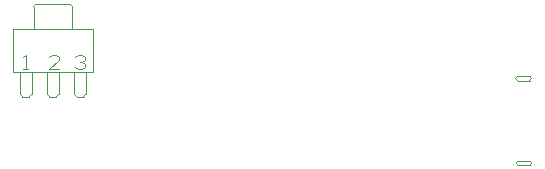
<source format=gm1>
G04*
G04 #@! TF.GenerationSoftware,Altium Limited,Altium Designer,21.0.8 (223)*
G04*
G04 Layer_Color=16711935*
%FSTAX24Y24*%
%MOIN*%
G70*
G04*
G04 #@! TF.SameCoordinates,1A30FD0F-2F50-4216-9531-F08C28C5B71E*
G04*
G04*
G04 #@! TF.FilePolarity,Positive*
G04*
G01*
G75*
%ADD124C,0.0020*%
%ADD125C,0.0000*%
D124*
X012696Y015857D02*
G03*
X012617Y015935I-000079J0D01*
G01*
X011483D02*
G03*
X011404Y015857I0J-000079D01*
G01*
X012759Y012943D02*
G03*
X012837Y012865I000079J0D01*
G01*
X013074Y012865D02*
G03*
X013152Y012943I0J000079D01*
G01*
X011853Y012943D02*
G03*
X011932Y012865I000079J0D01*
G01*
X012168Y012865D02*
G03*
X012247Y012943I0J000079D01*
G01*
X011263Y012865D02*
G03*
X011341Y012943I0J000079D01*
G01*
X010948Y012943D02*
G03*
X011026Y012865I000079J0D01*
G01*
X012696Y01513D02*
Y015857D01*
X011404Y01513D02*
Y015857D01*
X011483Y015935D02*
X012617D01*
X012837Y012865D02*
X013074D01*
X013152Y012943D02*
Y01367D01*
X012759Y012943D02*
Y01367D01*
X011932Y012865D02*
X012168D01*
X012247Y012943D02*
Y01367D01*
X011853Y012943D02*
Y01367D01*
X010948Y012943D02*
Y013656D01*
X011341Y012943D02*
Y013656D01*
X011026Y012865D02*
X011263D01*
X010729Y01367D02*
X013371D01*
X010729Y01513D02*
X013371D01*
X010729Y01367D02*
Y01513D01*
X013371Y01367D02*
Y01513D01*
X011058Y01378D02*
X011215D01*
X011137D01*
Y014252D01*
X011058Y014174D01*
X012241Y01378D02*
X011926D01*
X012241Y014095D01*
Y014174D01*
X012162Y014252D01*
X012005D01*
X011926Y014174D01*
X012794D02*
X012873Y014252D01*
X01303D01*
X013109Y014174D01*
Y014095D01*
X01303Y014016D01*
X012952D01*
X01303D01*
X013109Y013937D01*
Y013859D01*
X01303Y01378D01*
X012873D01*
X012794Y013859D01*
D125*
X027947Y013399D02*
G03*
X028016Y013468I0J000069D01*
G01*
D02*
G03*
X027947Y013537I-000069J0D01*
G01*
X027553D02*
G03*
X027484Y013468I0J-000069D01*
G01*
D02*
G03*
X027553Y013399I000069J0D01*
G01*
X027947Y010584D02*
G03*
X028016Y010653I0J000069D01*
G01*
D02*
G03*
X027947Y010722I-000069J0D01*
G01*
X027553D02*
G03*
X027484Y010653I0J-000069D01*
G01*
D02*
G03*
X027553Y010584I000069J0D01*
G01*
X027553Y013537D02*
X027947D01*
X027553Y013399D02*
X027947D01*
X027553Y010722D02*
X027947D01*
X027553Y010584D02*
X027947D01*
M02*

</source>
